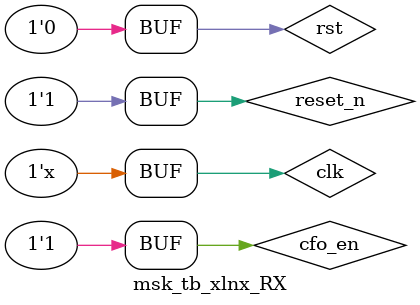
<source format=sv>
`timescale 1ns / 1ps  // <time_unit>/<time_precision>



module msk_tb_xlnx_RX;

  // Clock and reset
  logic clk=0;
  logic reset_n;

  // Clock generation (200 MHz)
  always #2.5ns clk = ~clk; // 5 ns period (200 MHz)
  //always #625ps clk = ~clk; // 800 MHz

  initial begin
    // Initialize signals
    clk = 0;
    reset_n = 0;
    #20 reset_n = 1;

  end
  logic rst;
  assign rst = !reset_n;

//-------------------------------------------------------------------------------------------------

  localparam int FDW = 256;
  localparam logic [FDW-1:0] FIXED_DATA = 'h901000000033000000FFFFFFFF010000007700ffff00000001010000ffa50ffe;

//-------------------------------------------------------------------------------------------------
// adc_long
// 
// adc_0, adc_Tp30, adc_Tp10, adc_Tp05, adc_Tp40, adc_Tp49
// adc_Tp30_C40_Jp01
// adc_2, adc_long, adc_ones, adc_alternating, adc_zeros
// adc_2_alt, adc_3_alt, adc_4_alt, adc_5_alt, adc_6_alt, adc_7_alt, adc_4_alt_T0_C0_J000
// 
// adc_5alt_Tp10, adc_5_alt_T10_C0_J000, adc_5_alt_T30_C0_J000, adc_5_alt_T0_C10_J000
// adc_5_alt_T0_C30_J000, adc_5_alt_T0_C0_J001, adc_5_alt_T0_C0_J003, adc_5_alt_T0_C0_J005
// adc_5_alt_T41_C0_J000, adc_5_alt_T0_C100_J000
// adc_5_alt_T43_C100_J005, 
//
// adc_data_nominal, adc_data_F1000.0
//-------------------------------------------------------------------------------------------------
  logic signed [15:0] adc0;

  file_read_simple #(
    .DATA_WIDTH(16),.CLKLESS(0),.PERIOD_NS(),.DATA_FORMAT("dec"),.FILE_DIR("sim/data/"),
    .FILE_NAME("adc_data_nominal.dat") //adc_5_alt_T30_C0_J000
  ) file_read_simple (
    .rst(~reset_n),.clk(clk),
    .data_out(adc0),
    .data_val(adc0_val)
  );

//-------------------------------------------------------------------------------------------------
//
//-------------------------------------------------------------------------------------------------
  localparam IQW = 16;
  
  logic signed [IQW-1:0] i_fir, i_mf;
  logic signed [IQW-1:0] q_fir, q_mf;

  ddc_lpf_mdl #(
    .IF(50e6 ),
    .FS(200e6) 
  ) ddc_lpf_MDL (
    .clk    (clk),
    .rst    (rst),
    .adc_in (adc0),
    .adc_val(adc0_val),
    .I_out  (),
    .Q_out  (),
    .iq_out_val()
  );

  duc_ddc_lpf_top #(
    .DUC_EN(0),
    .DDC_EN(1),
    .FS(200e6)
  ) duc_ddc_lpf_top (
    .clk      (clk),
    .rst      (rst),
    //DDC
    .adc_in   (adc0), // from ADC
    .adc_val  (adc0_val),
    .I_out    (i_fir), // to demod
    .Q_out    (q_fir), // to demod
    .IQ_val   (iq_val),
    //DUC
    .I_in     (), // from modulator
    .Q_in     (), // from modulator
    .dac_out  ()  // to DAC
  );


  msk_mf #(
    .WI (IQW), .WO (IQW)
  ) msk_mf_MDL_I (
    .clk      (clk),
    .din      (i_fir),
    .din_val  (iq_val),
    .dout     (),//i_mf
    .dout_val ()
  );

  msk_mf #(
    .WI (IQW), .WO (IQW)
  ) msk_mf_MDL_Q (
    .clk      (clk),
    .din      (q_fir),
    .din_val  (iq_val),
    .dout     (),//q_mf
    .dout_val ()
  );


/**** move these MF IPs into duc_ddc_lpf_top ******/
  logic signed [39:0] mf_fullI, mf_fullQ;
  logic signed [15:0] mf_I, mf_Q;

  fir_mf msk_mf_I (
    .aclk(clk),                              // input wire aclk
    .s_axis_data_tvalid(iq_val  ),  // input wire s_axis_data_tvalid
    .s_axis_data_tready(        ),  // output wire s_axis_data_tready
    .s_axis_data_tdata(i_fir    ),    // input wire [15 : 0] s_axis_data_tdata
    .m_axis_data_tvalid(mf_val  ),  // output wire m_axis_data_tvalid
    .m_axis_data_tdata(mf_fullI )    // output wire [39 : 0] m_axis_data_tdata
  );

  fir_mf msk_mf_Q (
    .aclk(clk),                              // input wire aclk
    .s_axis_data_tvalid(iq_val  ),  // input wire s_axis_data_tvalid
    .s_axis_data_tready(        ),  // output wire s_axis_data_tready
    .s_axis_data_tdata(q_fir    ),    // input wire [15 : 0] s_axis_data_tdata
    .m_axis_data_tvalid(        ),  // output wire m_axis_data_tvalid
    .m_axis_data_tdata(mf_fullQ )    // output wire [39 : 0] m_axis_data_tdata
  );

  assign mf_I = mf_fullI[34:19];
  assign mf_Q = mf_fullQ[34:19];
/*******************************************************/



  localparam int WIQ    = IQW;
  localparam int WO     = 18;
  localparam int WERR   = 18;
  localparam int INT_W  = 5;
  localparam int FRAC_W = 27;

  logic signed  [WIQ-1:0]     i_raw_delay, q_raw_delay;
  logic signed  [WO-1:0]      i_sym, q_sym;
  logic signed  [WERR-1:0]    ek, lf_ctrl;
  logic         [INT_W-1:0]   phase_int;
  logic         [FRAC_W-1:0]  mu;


  gardner_ted_mdl #(
    .RAW_DLY  (5), // adjusted here to 5 to stabilize coarse CFO. need repeat data sequence of "0011" / "00001111" 
    .OSF      (20),
    .WI       (16),
    .WO       (18)
  ) gardner_ted_MDL (
    .clk          (clk          ),
    .reset_n      (reset_n      ),
    .i_in         (mf_I         ),
    .q_in         (mf_Q         ),
    .iq_val       (mf_val       ),
    .sym_valid_i  (sym_val      ),
    .e_out_o      (),
    .e_valid_o    (),
    .i_raw_delay_o(),
    .q_raw_delay_o()
  );

  gardner_ted #(
    .RAW_DLY  (5), // adjusted here to 5 to stabilize coarse CFO. need repeat data sequence of "0011" / "00001111" 
    .OSF      (20),
    .WI       (16),
    .WO       (18)
  ) gardner_ted_SYN (
    .clk          (clk          ),
    .reset_n      (reset_n      ),
    .i_in         (mf_I         ),
    .q_in         (mf_Q         ),
    .iq_val       (mf_val       ),
    .sym_valid_i  (sym_val      ),
    .e_out_o      (ek           ),
    .e_valid_o    (ek_val       ),
    .i_raw_delay_o(i_raw_delay  ),
    .q_raw_delay_o(q_raw_delay  )
  );


//  pi_loop_filter_mdl #(
//    .WERR      (WERR),
//    .ACC_WIDTH (24)
//  ) pi_loop_filter_MDL (
//    .clk        (clk          ),
//    .reset_n    (reset_n      ),
//    .e_in_i     (ek           ),
//    .e_valid_i  (ek_val       ),
//    .ctrl_o     (      ),
//    .ctrl_val_o (  )
//  );


  pi_loop_filter #(
    .KP_SHIFT  (7 ),
    .KI_SHIFT  (11),
    .WERR      (WERR),
    .ACC_WIDTH (24)
  ) pi_loop_filter_SYN (
    .clk        (clk          ),
    .reset_n    (reset_n      ),
    .e_in_i     (ek           ),
    .e_valid_i  (ek_val       ),
    .ctrl_o     (lf_ctrl      ),
    .ctrl_val_o (lf_ctrl_val  )
  );


//  phase_accum_mdl #(
//    .OSF       (20),
//    .CTRL_W    (WERR),
//    .INT_W     (INT_W ),
//    .FRAC_W    (FRAC_W)
//  ) phase_accum_MDL (
//    .clk          (clk        ),
//    .reset_n      (reset_n    ),
//    .ctrl_i       (lf_ctrl    ),
//    .ctrl_val_i   (lf_ctrl_val),
//    .sym_valid_o  (  ),
//    .phase_int_o  (  ),
//    .mu_o         (  )
//  );

  phase_accum #(
    .OSF       (20),
    .CTRL_W    (WERR),
    .INT_W     (INT_W ),
    .FRAC_W    (FRAC_W)
  ) phase_accum_SYN (
    .clk          (clk        ),
    .reset_n      (reset_n    ),
    .ctrl_i       (lf_ctrl    ),
    .ctrl_val_i   (lf_ctrl_val),
    .sym_valid_o  (sym_val    ),
    .phase_int_o  (phase_int  ),
    .mu_o         (mu         ),
    .phase_val_o  (phase_val  )
  );


//-------------------------------------------------------------------------------------------------
// new interp mdl
//-------------------------------------------------------------------------------------------------
  localparam PIW = 16;
  logic signed [PIW-1:0] i_sym_interp, q_sym_interp;

//  polyphase_interp_mdl #(
//    .OSF       (20),
//    .TAPS_PPH  (INT_W ),
//    .WIQ       (WIQ),
//    .WO        (PIW)
//  ) polyphase_interp_MDL (
//    .clk          (clk            ),
//    .rst          (rst            ),
//    .i_raw_i      (i_raw_delay    ),
//    .q_raw_i      (q_raw_delay    ),
//    .iq_raw_val_i (iq_val         ), 
//    .phase_int_i  (phase_int      ),
//    .mu_i         (mu             ),
//    .phase_val_i  (phase_val      ),
//    .sym_valid_i  (sym_val        ),
//    .i_sym_o      (),
//    .q_sym_o      (),
//    .sym_valid_o  ()
//  );

  polyphase_interp #(
    .OSF       (20),
    .TAPS_PPH  (INT_W ),
    .WIQ       (WIQ),
    .WO        (PIW)
  ) polyphase_interp_SYN (
    .clk          (clk            ),
    .rst          (rst            ),
    .i_raw_i      (i_raw_delay    ),
    .q_raw_i      (q_raw_delay    ),
    .iq_raw_val_i (iq_val         ), 
    .phase_int_i  (phase_int      ),
    .mu_i         (mu             ),
    .phase_val_i  (phase_val      ),
    .sym_valid_i  (sym_val        ),
    .i_sym_o      (i_sym_interp   ),
    .q_sym_o      (q_sym_interp   ),
    .sym_valid_o  (sym_val_interp )
  );


  msk_slicer_dec_mdl #(
    .IW (PIW)
  ) msk_slicer_dec_MDL_TIMING (
    .clk          (clk          ),
    .reset_n      (reset_n      ),
    .i_sym_i      (i_sym_interp ),
    .q_sym_i      (q_sym_interp ),
    .sym_valid_i  (sym_val_interp  ),
    .data_o       (data_TIMING     ),
    .data_valid_o (data_val_TIMING )
  );

  localparam shifterWid = 128;

  shifter_viewer # (
    .FDW(FDW),
    .FIXED_DATA(FIXED_DATA),
    .WIDTH(shifterWid)
  ) shifter_viewer_TIMING (
    .clk        (clk),
    .rst        (!reset_n),
    .data_i     (data_TIMING),
    .data_val_i (data_val_TIMING)
  );


//-------------------------------------------------------------------------------------------------
// carrier recovery
//-------------------------------------------------------------------------------------------------
  logic cfo_en;

//  variable_strobe # (.PTR(2)) 
//  variable_strobe_inst (
//    .clk(clk),.rst(rst),
//    .en_i('1),
//    .stb_o(sym_val_dbg));


  coarse_cfo_mdl coarse_cfo_MDL (
    .clk        (clk              ),
    .rst_n      (reset_n          ),
    .enable     (cfo_en           ), // high during acquisition
    .vld_in     (sym_val_interp   ), // one strobe per symbol
    .i_in       (i_sym_interp     ), // timing‑loop I sample
    .q_in       (q_sym_interp     ), // timing‑loop Q sample
    .freq_word  (), // coarse word for NCO
    .done       ()  // 1‑clk pulse when estimate valid
  );

  initial begin 
    cfo_en = '0;
    #400ns
    cfo_en = '1;
  end


  localparam DIW = 16;
  localparam DDSW = 16;
  localparam PW = 32;
 
  logic signed [DIW-1:0] derot_i, derot_q;
  logic signed [DDSW-1:0] dds_sin, dds_cos;


  derotator_mdl #(
    .WIDTH        (DIW),
    .DDS_WIDTH    (DDSW),
    .PHASE_WIDTH  (PW)
  ) derotator_MDL (
    .clk            (clk),
    .rst            (rst),            
    .sym_valid_in   (sym_val_interp && cfo_en), 
    .din_i          (i_sym_interp),
    .din_q          (q_sym_interp),
    .cos_in         (dds_cos),
    .sin_in         (dds_sin),
    .sym_valid_out  (derot_val),  
    .dout_i         (derot_i),
    .dout_q         (derot_q)
  );

  localparam EW = 24;
  logic signed [EW-1:0] pdet_err;

  phase_detector_mdl #(
    .IW (DIW), 
    .EW (EW)  
  ) phase_detector_MDL (
    .clk        (clk),
    .rst        (rst),
    .sym_valid  (derot_val && cfo_en),
    .din_i      (derot_i),
    .din_q      (derot_q),
    .err_valid  (pdet_err_val),
    .phase_err  (pdet_err)
  );

  logic signed [PW-1:0] freq_word;

  loop_filter_cfo_mdl #(
    .ERR_WIDTH      (EW), 
    .PHASE_WIDTH    (PW), 
    .KP             (1.2e-6), 
    .KI             (5.0e-8)  
  ) loop_filter_cfo_MDL (
    .clk            (clk),
    .rst            (rst),
    .err_valid_i    (pdet_err_val),   
    .phase_err_i    (pdet_err),   // phase detect
    .freq_valid_o   (freq_word_val),   
    .freq_word_o    (freq_word)    
  );

  nco_dds_mdl #(
    .PHASE_WIDTH  (PW),
    .AMP_WIDTH    (DDSW) 
  ) nco_dds_MDL (
    .clk          (clk),
    .rst          (rst),
    .freq_word_i  (freq_word),   // from loop filter
    .phase_word_o (),   // n/c for debug/view
    .cos_out      (dds_cos),// do derotator
    .sin_out      (dds_sin)    
  );

//-------------------------------------------------------------------------------------------------
// carrier recovery
//-------------------------------------------------------------------------------------------------


  msk_slicer_dec_mdl #(
    .IW (PIW)
  ) msk_slicer_dec_MDL_CFO(
    .clk          (clk          ),
    .reset_n      (reset_n      ),
    .i_sym_i      (derot_i      ),
    .q_sym_i      (derot_q      ),
    .sym_valid_i  (derot_val    ),
    .data_o       (data_CFO     ),
    .data_valid_o (data_val_CFO )
  );

//  localparam int FDW = 256;
//  localparam logic [FDW-1:0] FIXED_DATA = 'h901000000033000000FFFFFFFF010000007700ffff00000001010000ffa50ffe;

  shifter_viewer # (
    .FDW(FDW),
    .FIXED_DATA(FIXED_DATA),
    .WIDTH(shifterWid)
  ) shifter_viewer_CFO (
    .clk        (clk),
    .rst        (!reset_n),
    .data_i     (data_CFO),
    .data_val_i (data_val_CFO)
  );

//-------------------------------------------------------------------------------------------------
// debug
//-------------------------------------------------------------------------------------------------
  logic spy_match,spy_match2;

  always_ff @( posedge clk ) begin
    //if ((msk_tb_xlnx_RX.gardner_ted_MDL.mId == msk_tb_xlnx_RX.gardner_ted_SYN.dsp_I_prod) && (msk_tb_xlnx_RX.gardner_ted_MDL.mQd == msk_tb_xlnx_RX.gardner_ted_SYN.dsp_Q_prod))
    //if (msk_tb_xlnx_RX.gardner_ted_MDL.err_long2 == msk_tb_xlnx_RX.gardner_ted_SYN.iq_sum)
    if (msk_tb_xlnx_RX.gardner_ted_MDL.err_long3 == msk_tb_xlnx_RX.gardner_ted_SYN.err_long)
      spy_match = '1;
    else spy_match = '0;
    if (msk_tb_xlnx_RX.gardner_ted_MDL.err3 == msk_tb_xlnx_RX.gardner_ted_SYN.err)
      spy_match2 = '1;
    else spy_match2 = '0;
  end


endmodule

//  9010_0000_0033_0000_00FF_FFFF_FF01_0000_0077_00ff_ff00_0000_0101_0000_ffa5_0ffe
//  901000000033000000FFFFFFFF010000007700ffff00000001010000ffa50ffe

</source>
